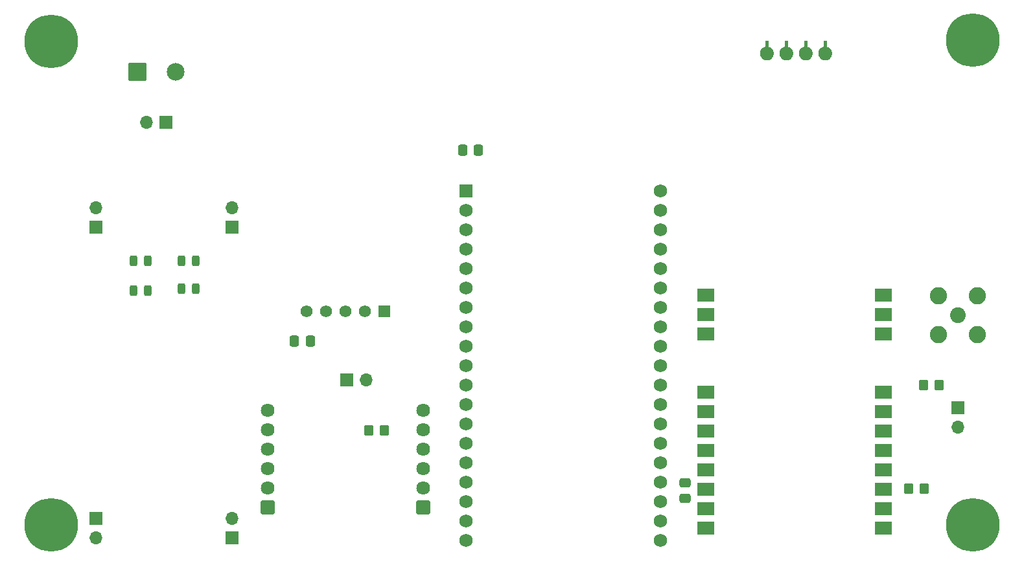
<source format=gbr>
%TF.GenerationSoftware,KiCad,Pcbnew,9.0.2*%
%TF.CreationDate,2025-07-21T01:26:10-05:00*%
%TF.ProjectId,lorae22,6c6f7261-6532-4322-9e6b-696361645f70,rev?*%
%TF.SameCoordinates,Original*%
%TF.FileFunction,Soldermask,Top*%
%TF.FilePolarity,Negative*%
%FSLAX46Y46*%
G04 Gerber Fmt 4.6, Leading zero omitted, Abs format (unit mm)*
G04 Created by KiCad (PCBNEW 9.0.2) date 2025-07-21 01:26:10*
%MOMM*%
%LPD*%
G01*
G04 APERTURE LIST*
G04 Aperture macros list*
%AMRoundRect*
0 Rectangle with rounded corners*
0 $1 Rounding radius*
0 $2 $3 $4 $5 $6 $7 $8 $9 X,Y pos of 4 corners*
0 Add a 4 corners polygon primitive as box body*
4,1,4,$2,$3,$4,$5,$6,$7,$8,$9,$2,$3,0*
0 Add four circle primitives for the rounded corners*
1,1,$1+$1,$2,$3*
1,1,$1+$1,$4,$5*
1,1,$1+$1,$6,$7*
1,1,$1+$1,$8,$9*
0 Add four rect primitives between the rounded corners*
20,1,$1+$1,$2,$3,$4,$5,0*
20,1,$1+$1,$4,$5,$6,$7,0*
20,1,$1+$1,$6,$7,$8,$9,0*
20,1,$1+$1,$8,$9,$2,$3,0*%
G04 Aperture macros list end*
%ADD10C,0.010000*%
%ADD11RoundRect,0.250000X0.337500X0.475000X-0.337500X0.475000X-0.337500X-0.475000X0.337500X-0.475000X0*%
%ADD12RoundRect,0.243750X-0.243750X-0.456250X0.243750X-0.456250X0.243750X0.456250X-0.243750X0.456250X0*%
%ADD13RoundRect,0.250000X-0.350000X-0.450000X0.350000X-0.450000X0.350000X0.450000X-0.350000X0.450000X0*%
%ADD14RoundRect,0.102000X-1.050000X-1.050000X1.050000X-1.050000X1.050000X1.050000X-1.050000X1.050000X0*%
%ADD15C,2.304000*%
%ADD16RoundRect,0.102000X-0.765000X-0.765000X0.765000X-0.765000X0.765000X0.765000X-0.765000X0.765000X0*%
%ADD17C,1.734000*%
%ADD18R,1.700000X1.700000*%
%ADD19O,1.700000X1.700000*%
%ADD20RoundRect,0.102000X0.795000X0.795000X-0.795000X0.795000X-0.795000X-0.795000X0.795000X-0.795000X0*%
%ADD21C,1.794000*%
%ADD22RoundRect,0.102000X1.040000X0.755000X-1.040000X0.755000X-1.040000X-0.755000X1.040000X-0.755000X0*%
%ADD23RoundRect,0.250000X0.350000X0.450000X-0.350000X0.450000X-0.350000X-0.450000X0.350000X-0.450000X0*%
%ADD24C,3.900000*%
%ADD25C,7.000000*%
%ADD26C,2.050000*%
%ADD27C,2.250000*%
%ADD28RoundRect,0.250000X-0.337500X-0.475000X0.337500X-0.475000X0.337500X0.475000X-0.337500X0.475000X0*%
%ADD29RoundRect,0.102000X-0.685000X-0.685000X0.685000X-0.685000X0.685000X0.685000X-0.685000X0.685000X0*%
%ADD30C,1.574000*%
%ADD31RoundRect,0.250000X0.475000X-0.337500X0.475000X0.337500X-0.475000X0.337500X-0.475000X-0.337500X0*%
%ADD32C,1.724000*%
G04 APERTURE END LIST*
D10*
%TO.C,J3*%
X184192500Y-59922500D02*
X184232500Y-59931500D01*
X184270500Y-59941500D01*
X184308500Y-59953500D01*
X184345500Y-59966500D01*
X184381500Y-59982500D01*
X184416500Y-59999500D01*
X184451500Y-60017500D01*
X184485500Y-60037500D01*
X184518500Y-60059500D01*
X184550500Y-60082500D01*
X184580500Y-60107500D01*
X184610500Y-60133500D01*
X184638500Y-60160500D01*
X184666500Y-60189500D01*
X184691500Y-60218500D01*
X184716500Y-60249500D01*
X184739500Y-60281500D01*
X184760500Y-60314500D01*
X184780500Y-60349500D01*
X184798500Y-60383500D01*
X184815500Y-60419500D01*
X184830500Y-60455500D01*
X184843500Y-60493500D01*
X184855500Y-60530500D01*
X184864500Y-60568500D01*
X184873500Y-60607500D01*
X184879500Y-60646500D01*
X184883500Y-60685500D01*
X184886500Y-60724500D01*
X184887500Y-60762500D01*
X184882500Y-60852500D01*
X184868500Y-60941500D01*
X184845500Y-61028500D01*
X184813500Y-61112500D01*
X184772500Y-61192500D01*
X184723500Y-61267500D01*
X184666500Y-61337500D01*
X184602500Y-61401500D01*
X184532500Y-61458500D01*
X184457500Y-61507500D01*
X184377500Y-61548500D01*
X184293500Y-61580500D01*
X184206500Y-61603500D01*
X184117500Y-61617500D01*
X184027500Y-61622500D01*
X183937500Y-61617500D01*
X183848500Y-61603500D01*
X183761500Y-61580500D01*
X183677500Y-61548500D01*
X183597500Y-61507500D01*
X183522500Y-61458500D01*
X183452500Y-61401500D01*
X183388500Y-61337500D01*
X183331500Y-61267500D01*
X183282500Y-61192500D01*
X183241500Y-61112500D01*
X183209500Y-61028500D01*
X183186500Y-60941500D01*
X183172500Y-60852500D01*
X183167500Y-60762500D01*
X183168500Y-60724500D01*
X183171500Y-60685500D01*
X183175500Y-60646500D01*
X183181500Y-60607500D01*
X183190500Y-60568500D01*
X183199500Y-60530500D01*
X183211500Y-60493500D01*
X183224500Y-60455500D01*
X183239500Y-60419500D01*
X183256500Y-60383500D01*
X183274500Y-60349500D01*
X183294500Y-60314500D01*
X183315500Y-60281500D01*
X183338500Y-60249500D01*
X183363500Y-60218500D01*
X183388500Y-60189500D01*
X183416500Y-60160500D01*
X183444500Y-60133500D01*
X183474500Y-60107500D01*
X183504500Y-60082500D01*
X183536500Y-60059500D01*
X183569500Y-60037500D01*
X183603500Y-60017500D01*
X183638500Y-59999500D01*
X183673500Y-59982500D01*
X183709500Y-59966500D01*
X183746500Y-59953500D01*
X183784500Y-59941500D01*
X183822500Y-59931500D01*
X183862500Y-59922500D01*
X183862500Y-59132500D01*
X184192500Y-59132500D01*
X184192500Y-59922500D01*
G36*
X184192500Y-59922500D02*
G01*
X184232500Y-59931500D01*
X184270500Y-59941500D01*
X184308500Y-59953500D01*
X184345500Y-59966500D01*
X184381500Y-59982500D01*
X184416500Y-59999500D01*
X184451500Y-60017500D01*
X184485500Y-60037500D01*
X184518500Y-60059500D01*
X184550500Y-60082500D01*
X184580500Y-60107500D01*
X184610500Y-60133500D01*
X184638500Y-60160500D01*
X184666500Y-60189500D01*
X184691500Y-60218500D01*
X184716500Y-60249500D01*
X184739500Y-60281500D01*
X184760500Y-60314500D01*
X184780500Y-60349500D01*
X184798500Y-60383500D01*
X184815500Y-60419500D01*
X184830500Y-60455500D01*
X184843500Y-60493500D01*
X184855500Y-60530500D01*
X184864500Y-60568500D01*
X184873500Y-60607500D01*
X184879500Y-60646500D01*
X184883500Y-60685500D01*
X184886500Y-60724500D01*
X184887500Y-60762500D01*
X184882500Y-60852500D01*
X184868500Y-60941500D01*
X184845500Y-61028500D01*
X184813500Y-61112500D01*
X184772500Y-61192500D01*
X184723500Y-61267500D01*
X184666500Y-61337500D01*
X184602500Y-61401500D01*
X184532500Y-61458500D01*
X184457500Y-61507500D01*
X184377500Y-61548500D01*
X184293500Y-61580500D01*
X184206500Y-61603500D01*
X184117500Y-61617500D01*
X184027500Y-61622500D01*
X183937500Y-61617500D01*
X183848500Y-61603500D01*
X183761500Y-61580500D01*
X183677500Y-61548500D01*
X183597500Y-61507500D01*
X183522500Y-61458500D01*
X183452500Y-61401500D01*
X183388500Y-61337500D01*
X183331500Y-61267500D01*
X183282500Y-61192500D01*
X183241500Y-61112500D01*
X183209500Y-61028500D01*
X183186500Y-60941500D01*
X183172500Y-60852500D01*
X183167500Y-60762500D01*
X183168500Y-60724500D01*
X183171500Y-60685500D01*
X183175500Y-60646500D01*
X183181500Y-60607500D01*
X183190500Y-60568500D01*
X183199500Y-60530500D01*
X183211500Y-60493500D01*
X183224500Y-60455500D01*
X183239500Y-60419500D01*
X183256500Y-60383500D01*
X183274500Y-60349500D01*
X183294500Y-60314500D01*
X183315500Y-60281500D01*
X183338500Y-60249500D01*
X183363500Y-60218500D01*
X183388500Y-60189500D01*
X183416500Y-60160500D01*
X183444500Y-60133500D01*
X183474500Y-60107500D01*
X183504500Y-60082500D01*
X183536500Y-60059500D01*
X183569500Y-60037500D01*
X183603500Y-60017500D01*
X183638500Y-59999500D01*
X183673500Y-59982500D01*
X183709500Y-59966500D01*
X183746500Y-59953500D01*
X183784500Y-59941500D01*
X183822500Y-59931500D01*
X183862500Y-59922500D01*
X183862500Y-59132500D01*
X184192500Y-59132500D01*
X184192500Y-59922500D01*
G37*
X186732500Y-59922500D02*
X186772500Y-59931500D01*
X186810500Y-59941500D01*
X186848500Y-59953500D01*
X186885500Y-59966500D01*
X186921500Y-59982500D01*
X186956500Y-59999500D01*
X186991500Y-60017500D01*
X187025500Y-60037500D01*
X187058500Y-60059500D01*
X187090500Y-60082500D01*
X187120500Y-60107500D01*
X187150500Y-60133500D01*
X187178500Y-60160500D01*
X187206500Y-60189500D01*
X187231500Y-60218500D01*
X187256500Y-60249500D01*
X187279500Y-60281500D01*
X187300500Y-60314500D01*
X187320500Y-60349500D01*
X187338500Y-60383500D01*
X187355500Y-60419500D01*
X187370500Y-60455500D01*
X187383500Y-60493500D01*
X187395500Y-60530500D01*
X187404500Y-60568500D01*
X187413500Y-60607500D01*
X187419500Y-60646500D01*
X187423500Y-60685500D01*
X187426500Y-60724500D01*
X187427500Y-60762500D01*
X187422500Y-60852500D01*
X187408500Y-60941500D01*
X187385500Y-61028500D01*
X187353500Y-61112500D01*
X187312500Y-61192500D01*
X187263500Y-61267500D01*
X187206500Y-61337500D01*
X187142500Y-61401500D01*
X187072500Y-61458500D01*
X186997500Y-61507500D01*
X186917500Y-61548500D01*
X186833500Y-61580500D01*
X186746500Y-61603500D01*
X186657500Y-61617500D01*
X186567500Y-61622500D01*
X186477500Y-61617500D01*
X186388500Y-61603500D01*
X186301500Y-61580500D01*
X186217500Y-61548500D01*
X186137500Y-61507500D01*
X186062500Y-61458500D01*
X185992500Y-61401500D01*
X185928500Y-61337500D01*
X185871500Y-61267500D01*
X185822500Y-61192500D01*
X185781500Y-61112500D01*
X185749500Y-61028500D01*
X185726500Y-60941500D01*
X185712500Y-60852500D01*
X185707500Y-60762500D01*
X185708500Y-60724500D01*
X185711500Y-60685500D01*
X185715500Y-60646500D01*
X185721500Y-60607500D01*
X185730500Y-60568500D01*
X185739500Y-60530500D01*
X185751500Y-60493500D01*
X185764500Y-60455500D01*
X185779500Y-60419500D01*
X185796500Y-60383500D01*
X185814500Y-60349500D01*
X185834500Y-60314500D01*
X185855500Y-60281500D01*
X185878500Y-60249500D01*
X185903500Y-60218500D01*
X185928500Y-60189500D01*
X185956500Y-60160500D01*
X185984500Y-60133500D01*
X186014500Y-60107500D01*
X186044500Y-60082500D01*
X186076500Y-60059500D01*
X186109500Y-60037500D01*
X186143500Y-60017500D01*
X186178500Y-59999500D01*
X186213500Y-59982500D01*
X186249500Y-59966500D01*
X186286500Y-59953500D01*
X186324500Y-59941500D01*
X186362500Y-59931500D01*
X186402500Y-59922500D01*
X186402500Y-59132500D01*
X186732500Y-59132500D01*
X186732500Y-59922500D01*
G36*
X186732500Y-59922500D02*
G01*
X186772500Y-59931500D01*
X186810500Y-59941500D01*
X186848500Y-59953500D01*
X186885500Y-59966500D01*
X186921500Y-59982500D01*
X186956500Y-59999500D01*
X186991500Y-60017500D01*
X187025500Y-60037500D01*
X187058500Y-60059500D01*
X187090500Y-60082500D01*
X187120500Y-60107500D01*
X187150500Y-60133500D01*
X187178500Y-60160500D01*
X187206500Y-60189500D01*
X187231500Y-60218500D01*
X187256500Y-60249500D01*
X187279500Y-60281500D01*
X187300500Y-60314500D01*
X187320500Y-60349500D01*
X187338500Y-60383500D01*
X187355500Y-60419500D01*
X187370500Y-60455500D01*
X187383500Y-60493500D01*
X187395500Y-60530500D01*
X187404500Y-60568500D01*
X187413500Y-60607500D01*
X187419500Y-60646500D01*
X187423500Y-60685500D01*
X187426500Y-60724500D01*
X187427500Y-60762500D01*
X187422500Y-60852500D01*
X187408500Y-60941500D01*
X187385500Y-61028500D01*
X187353500Y-61112500D01*
X187312500Y-61192500D01*
X187263500Y-61267500D01*
X187206500Y-61337500D01*
X187142500Y-61401500D01*
X187072500Y-61458500D01*
X186997500Y-61507500D01*
X186917500Y-61548500D01*
X186833500Y-61580500D01*
X186746500Y-61603500D01*
X186657500Y-61617500D01*
X186567500Y-61622500D01*
X186477500Y-61617500D01*
X186388500Y-61603500D01*
X186301500Y-61580500D01*
X186217500Y-61548500D01*
X186137500Y-61507500D01*
X186062500Y-61458500D01*
X185992500Y-61401500D01*
X185928500Y-61337500D01*
X185871500Y-61267500D01*
X185822500Y-61192500D01*
X185781500Y-61112500D01*
X185749500Y-61028500D01*
X185726500Y-60941500D01*
X185712500Y-60852500D01*
X185707500Y-60762500D01*
X185708500Y-60724500D01*
X185711500Y-60685500D01*
X185715500Y-60646500D01*
X185721500Y-60607500D01*
X185730500Y-60568500D01*
X185739500Y-60530500D01*
X185751500Y-60493500D01*
X185764500Y-60455500D01*
X185779500Y-60419500D01*
X185796500Y-60383500D01*
X185814500Y-60349500D01*
X185834500Y-60314500D01*
X185855500Y-60281500D01*
X185878500Y-60249500D01*
X185903500Y-60218500D01*
X185928500Y-60189500D01*
X185956500Y-60160500D01*
X185984500Y-60133500D01*
X186014500Y-60107500D01*
X186044500Y-60082500D01*
X186076500Y-60059500D01*
X186109500Y-60037500D01*
X186143500Y-60017500D01*
X186178500Y-59999500D01*
X186213500Y-59982500D01*
X186249500Y-59966500D01*
X186286500Y-59953500D01*
X186324500Y-59941500D01*
X186362500Y-59931500D01*
X186402500Y-59922500D01*
X186402500Y-59132500D01*
X186732500Y-59132500D01*
X186732500Y-59922500D01*
G37*
X189272500Y-59922500D02*
X189312500Y-59931500D01*
X189350500Y-59941500D01*
X189388500Y-59953500D01*
X189425500Y-59966500D01*
X189461500Y-59982500D01*
X189496500Y-59999500D01*
X189531500Y-60017500D01*
X189565500Y-60037500D01*
X189598500Y-60059500D01*
X189630500Y-60082500D01*
X189660500Y-60107500D01*
X189690500Y-60133500D01*
X189718500Y-60160500D01*
X189746500Y-60189500D01*
X189771500Y-60218500D01*
X189796500Y-60249500D01*
X189819500Y-60281500D01*
X189840500Y-60314500D01*
X189860500Y-60349500D01*
X189878500Y-60383500D01*
X189895500Y-60419500D01*
X189910500Y-60455500D01*
X189923500Y-60493500D01*
X189935500Y-60530500D01*
X189944500Y-60568500D01*
X189953500Y-60607500D01*
X189959500Y-60646500D01*
X189963500Y-60685500D01*
X189966500Y-60724500D01*
X189967500Y-60762500D01*
X189962500Y-60852500D01*
X189948500Y-60941500D01*
X189925500Y-61028500D01*
X189893500Y-61112500D01*
X189852500Y-61192500D01*
X189803500Y-61267500D01*
X189746500Y-61337500D01*
X189682500Y-61401500D01*
X189612500Y-61458500D01*
X189537500Y-61507500D01*
X189457500Y-61548500D01*
X189373500Y-61580500D01*
X189286500Y-61603500D01*
X189197500Y-61617500D01*
X189107500Y-61622500D01*
X189017500Y-61617500D01*
X188928500Y-61603500D01*
X188841500Y-61580500D01*
X188757500Y-61548500D01*
X188677500Y-61507500D01*
X188602500Y-61458500D01*
X188532500Y-61401500D01*
X188468500Y-61337500D01*
X188411500Y-61267500D01*
X188362500Y-61192500D01*
X188321500Y-61112500D01*
X188289500Y-61028500D01*
X188266500Y-60941500D01*
X188252500Y-60852500D01*
X188247500Y-60762500D01*
X188248500Y-60724500D01*
X188251500Y-60685500D01*
X188255500Y-60646500D01*
X188261500Y-60607500D01*
X188270500Y-60568500D01*
X188279500Y-60530500D01*
X188291500Y-60493500D01*
X188304500Y-60455500D01*
X188319500Y-60419500D01*
X188336500Y-60383500D01*
X188354500Y-60349500D01*
X188374500Y-60314500D01*
X188395500Y-60281500D01*
X188418500Y-60249500D01*
X188443500Y-60218500D01*
X188468500Y-60189500D01*
X188496500Y-60160500D01*
X188524500Y-60133500D01*
X188554500Y-60107500D01*
X188584500Y-60082500D01*
X188616500Y-60059500D01*
X188649500Y-60037500D01*
X188683500Y-60017500D01*
X188718500Y-59999500D01*
X188753500Y-59982500D01*
X188789500Y-59966500D01*
X188826500Y-59953500D01*
X188864500Y-59941500D01*
X188902500Y-59931500D01*
X188942500Y-59922500D01*
X188942500Y-59132500D01*
X189272500Y-59132500D01*
X189272500Y-59922500D01*
G36*
X189272500Y-59922500D02*
G01*
X189312500Y-59931500D01*
X189350500Y-59941500D01*
X189388500Y-59953500D01*
X189425500Y-59966500D01*
X189461500Y-59982500D01*
X189496500Y-59999500D01*
X189531500Y-60017500D01*
X189565500Y-60037500D01*
X189598500Y-60059500D01*
X189630500Y-60082500D01*
X189660500Y-60107500D01*
X189690500Y-60133500D01*
X189718500Y-60160500D01*
X189746500Y-60189500D01*
X189771500Y-60218500D01*
X189796500Y-60249500D01*
X189819500Y-60281500D01*
X189840500Y-60314500D01*
X189860500Y-60349500D01*
X189878500Y-60383500D01*
X189895500Y-60419500D01*
X189910500Y-60455500D01*
X189923500Y-60493500D01*
X189935500Y-60530500D01*
X189944500Y-60568500D01*
X189953500Y-60607500D01*
X189959500Y-60646500D01*
X189963500Y-60685500D01*
X189966500Y-60724500D01*
X189967500Y-60762500D01*
X189962500Y-60852500D01*
X189948500Y-60941500D01*
X189925500Y-61028500D01*
X189893500Y-61112500D01*
X189852500Y-61192500D01*
X189803500Y-61267500D01*
X189746500Y-61337500D01*
X189682500Y-61401500D01*
X189612500Y-61458500D01*
X189537500Y-61507500D01*
X189457500Y-61548500D01*
X189373500Y-61580500D01*
X189286500Y-61603500D01*
X189197500Y-61617500D01*
X189107500Y-61622500D01*
X189017500Y-61617500D01*
X188928500Y-61603500D01*
X188841500Y-61580500D01*
X188757500Y-61548500D01*
X188677500Y-61507500D01*
X188602500Y-61458500D01*
X188532500Y-61401500D01*
X188468500Y-61337500D01*
X188411500Y-61267500D01*
X188362500Y-61192500D01*
X188321500Y-61112500D01*
X188289500Y-61028500D01*
X188266500Y-60941500D01*
X188252500Y-60852500D01*
X188247500Y-60762500D01*
X188248500Y-60724500D01*
X188251500Y-60685500D01*
X188255500Y-60646500D01*
X188261500Y-60607500D01*
X188270500Y-60568500D01*
X188279500Y-60530500D01*
X188291500Y-60493500D01*
X188304500Y-60455500D01*
X188319500Y-60419500D01*
X188336500Y-60383500D01*
X188354500Y-60349500D01*
X188374500Y-60314500D01*
X188395500Y-60281500D01*
X188418500Y-60249500D01*
X188443500Y-60218500D01*
X188468500Y-60189500D01*
X188496500Y-60160500D01*
X188524500Y-60133500D01*
X188554500Y-60107500D01*
X188584500Y-60082500D01*
X188616500Y-60059500D01*
X188649500Y-60037500D01*
X188683500Y-60017500D01*
X188718500Y-59999500D01*
X188753500Y-59982500D01*
X188789500Y-59966500D01*
X188826500Y-59953500D01*
X188864500Y-59941500D01*
X188902500Y-59931500D01*
X188942500Y-59922500D01*
X188942500Y-59132500D01*
X189272500Y-59132500D01*
X189272500Y-59922500D01*
G37*
X191812500Y-59922500D02*
X191852500Y-59931500D01*
X191890500Y-59941500D01*
X191928500Y-59953500D01*
X191965500Y-59966500D01*
X192001500Y-59982500D01*
X192036500Y-59999500D01*
X192071500Y-60017500D01*
X192105500Y-60037500D01*
X192138500Y-60059500D01*
X192170500Y-60082500D01*
X192200500Y-60107500D01*
X192230500Y-60133500D01*
X192258500Y-60160500D01*
X192286500Y-60189500D01*
X192311500Y-60218500D01*
X192336500Y-60249500D01*
X192359500Y-60281500D01*
X192380500Y-60314500D01*
X192400500Y-60349500D01*
X192418500Y-60383500D01*
X192435500Y-60419500D01*
X192450500Y-60455500D01*
X192463500Y-60493500D01*
X192475500Y-60530500D01*
X192484500Y-60568500D01*
X192493500Y-60607500D01*
X192499500Y-60646500D01*
X192503500Y-60685500D01*
X192506500Y-60724500D01*
X192507500Y-60762500D01*
X192502500Y-60852500D01*
X192488500Y-60941500D01*
X192465500Y-61028500D01*
X192433500Y-61112500D01*
X192392500Y-61192500D01*
X192343500Y-61267500D01*
X192286500Y-61337500D01*
X192222500Y-61401500D01*
X192152500Y-61458500D01*
X192077500Y-61507500D01*
X191997500Y-61548500D01*
X191913500Y-61580500D01*
X191826500Y-61603500D01*
X191737500Y-61617500D01*
X191647500Y-61622500D01*
X191557500Y-61617500D01*
X191468500Y-61603500D01*
X191381500Y-61580500D01*
X191297500Y-61548500D01*
X191217500Y-61507500D01*
X191142500Y-61458500D01*
X191072500Y-61401500D01*
X191008500Y-61337500D01*
X190951500Y-61267500D01*
X190902500Y-61192500D01*
X190861500Y-61112500D01*
X190829500Y-61028500D01*
X190806500Y-60941500D01*
X190792500Y-60852500D01*
X190787500Y-60762500D01*
X190788500Y-60724500D01*
X190791500Y-60685500D01*
X190795500Y-60646500D01*
X190801500Y-60607500D01*
X190810500Y-60568500D01*
X190819500Y-60530500D01*
X190831500Y-60493500D01*
X190844500Y-60455500D01*
X190859500Y-60419500D01*
X190876500Y-60383500D01*
X190894500Y-60349500D01*
X190914500Y-60314500D01*
X190935500Y-60281500D01*
X190958500Y-60249500D01*
X190983500Y-60218500D01*
X191008500Y-60189500D01*
X191036500Y-60160500D01*
X191064500Y-60133500D01*
X191094500Y-60107500D01*
X191124500Y-60082500D01*
X191156500Y-60059500D01*
X191189500Y-60037500D01*
X191223500Y-60017500D01*
X191258500Y-59999500D01*
X191293500Y-59982500D01*
X191329500Y-59966500D01*
X191366500Y-59953500D01*
X191404500Y-59941500D01*
X191442500Y-59931500D01*
X191482500Y-59922500D01*
X191482500Y-59132500D01*
X191812500Y-59132500D01*
X191812500Y-59922500D01*
G36*
X191812500Y-59922500D02*
G01*
X191852500Y-59931500D01*
X191890500Y-59941500D01*
X191928500Y-59953500D01*
X191965500Y-59966500D01*
X192001500Y-59982500D01*
X192036500Y-59999500D01*
X192071500Y-60017500D01*
X192105500Y-60037500D01*
X192138500Y-60059500D01*
X192170500Y-60082500D01*
X192200500Y-60107500D01*
X192230500Y-60133500D01*
X192258500Y-60160500D01*
X192286500Y-60189500D01*
X192311500Y-60218500D01*
X192336500Y-60249500D01*
X192359500Y-60281500D01*
X192380500Y-60314500D01*
X192400500Y-60349500D01*
X192418500Y-60383500D01*
X192435500Y-60419500D01*
X192450500Y-60455500D01*
X192463500Y-60493500D01*
X192475500Y-60530500D01*
X192484500Y-60568500D01*
X192493500Y-60607500D01*
X192499500Y-60646500D01*
X192503500Y-60685500D01*
X192506500Y-60724500D01*
X192507500Y-60762500D01*
X192502500Y-60852500D01*
X192488500Y-60941500D01*
X192465500Y-61028500D01*
X192433500Y-61112500D01*
X192392500Y-61192500D01*
X192343500Y-61267500D01*
X192286500Y-61337500D01*
X192222500Y-61401500D01*
X192152500Y-61458500D01*
X192077500Y-61507500D01*
X191997500Y-61548500D01*
X191913500Y-61580500D01*
X191826500Y-61603500D01*
X191737500Y-61617500D01*
X191647500Y-61622500D01*
X191557500Y-61617500D01*
X191468500Y-61603500D01*
X191381500Y-61580500D01*
X191297500Y-61548500D01*
X191217500Y-61507500D01*
X191142500Y-61458500D01*
X191072500Y-61401500D01*
X191008500Y-61337500D01*
X190951500Y-61267500D01*
X190902500Y-61192500D01*
X190861500Y-61112500D01*
X190829500Y-61028500D01*
X190806500Y-60941500D01*
X190792500Y-60852500D01*
X190787500Y-60762500D01*
X190788500Y-60724500D01*
X190791500Y-60685500D01*
X190795500Y-60646500D01*
X190801500Y-60607500D01*
X190810500Y-60568500D01*
X190819500Y-60530500D01*
X190831500Y-60493500D01*
X190844500Y-60455500D01*
X190859500Y-60419500D01*
X190876500Y-60383500D01*
X190894500Y-60349500D01*
X190914500Y-60314500D01*
X190935500Y-60281500D01*
X190958500Y-60249500D01*
X190983500Y-60218500D01*
X191008500Y-60189500D01*
X191036500Y-60160500D01*
X191064500Y-60133500D01*
X191094500Y-60107500D01*
X191124500Y-60082500D01*
X191156500Y-60059500D01*
X191189500Y-60037500D01*
X191223500Y-60017500D01*
X191258500Y-59999500D01*
X191293500Y-59982500D01*
X191329500Y-59966500D01*
X191366500Y-59953500D01*
X191404500Y-59941500D01*
X191442500Y-59931500D01*
X191482500Y-59922500D01*
X191482500Y-59132500D01*
X191812500Y-59132500D01*
X191812500Y-59922500D01*
G37*
%TD*%
D11*
%TO.C,C1*%
X144302500Y-73400000D03*
X146377500Y-73400000D03*
%TD*%
D12*
%TO.C,D3*%
X107562500Y-91575000D03*
X109437500Y-91575000D03*
%TD*%
D13*
%TO.C,R3*%
X204550000Y-104210000D03*
X206550000Y-104210000D03*
%TD*%
D14*
%TO.C,J4*%
X101870000Y-63190000D03*
D15*
X106870000Y-63190000D03*
%TD*%
D16*
%TO.C,U1*%
X144760000Y-78760000D03*
D17*
X144760000Y-81300000D03*
X144760000Y-83840000D03*
X144760000Y-86380000D03*
X144760000Y-88920000D03*
X144760000Y-91460000D03*
X144760000Y-94000000D03*
X144760000Y-96540000D03*
X144760000Y-99080000D03*
X144760000Y-101620000D03*
X144760000Y-104160000D03*
X144760000Y-106700000D03*
X144760000Y-109240000D03*
X144760000Y-111780000D03*
X144760000Y-114320000D03*
X144760000Y-116860000D03*
X144760000Y-119400000D03*
X144760000Y-121940000D03*
X144760000Y-124480000D03*
X170160000Y-124480000D03*
X170160000Y-121940000D03*
X170160000Y-119400000D03*
X170160000Y-116860000D03*
X170160000Y-114320000D03*
X170160000Y-111780000D03*
X170160000Y-109240000D03*
X170160000Y-106700000D03*
X170160000Y-104160000D03*
X170160000Y-101620000D03*
X170160000Y-99080000D03*
X170160000Y-96540000D03*
X170160000Y-94000000D03*
X170160000Y-91460000D03*
X170160000Y-88920000D03*
X170160000Y-86380000D03*
X170160000Y-83840000D03*
X170160000Y-81300000D03*
X170160000Y-78760000D03*
%TD*%
D18*
%TO.C,JP4*%
X114160000Y-124165000D03*
D19*
X114160000Y-121625000D03*
%TD*%
D18*
%TO.C,JP1*%
X129175000Y-103460000D03*
D19*
X131715000Y-103460000D03*
%TD*%
D12*
%TO.C,D2*%
X101337500Y-87950000D03*
X103212500Y-87950000D03*
%TD*%
D18*
%TO.C,JP2*%
X96380000Y-83535000D03*
D19*
X96380000Y-80995000D03*
%TD*%
D20*
%TO.C,U3*%
X139180000Y-120200000D03*
D21*
X139180000Y-117660000D03*
X139180000Y-115120000D03*
X139180000Y-112580000D03*
X139180000Y-110040000D03*
X139180000Y-107500000D03*
D20*
X118860000Y-120200000D03*
D21*
X118860000Y-117660000D03*
X118860000Y-115120000D03*
X118860000Y-112580000D03*
X118860000Y-110040000D03*
X118860000Y-107500000D03*
%TD*%
D12*
%TO.C,D4*%
X101300000Y-91775000D03*
X103175000Y-91775000D03*
%TD*%
D22*
%TO.C,U2*%
X176110000Y-92430000D03*
X176110000Y-94970000D03*
X176110000Y-97510000D03*
X176110000Y-105110000D03*
X176110000Y-107650000D03*
X176110000Y-110190000D03*
X176110000Y-112730000D03*
X176110000Y-115270000D03*
X176110000Y-117810000D03*
X176110000Y-120350000D03*
X176110000Y-122890000D03*
X199260000Y-122890000D03*
X199260000Y-120350000D03*
X199260000Y-117810000D03*
X199260000Y-115270000D03*
X199260000Y-112730000D03*
X199260000Y-110190000D03*
X199260000Y-107650000D03*
X199260000Y-105110000D03*
X199260000Y-97510000D03*
X199260000Y-94970000D03*
X199260000Y-92430000D03*
%TD*%
D23*
%TO.C,R2*%
X134080000Y-110070000D03*
X132080000Y-110070000D03*
%TD*%
D24*
%TO.C,H2*%
X211010000Y-59070000D03*
D25*
X211010000Y-59070000D03*
%TD*%
D18*
%TO.C,JP5*%
X96380000Y-121630000D03*
D19*
X96380000Y-124170000D03*
%TD*%
D18*
%TO.C,JP3*%
X114200000Y-83475000D03*
D19*
X114200000Y-80935000D03*
%TD*%
D24*
%TO.C,H1*%
X90575000Y-59225000D03*
D25*
X90575000Y-59225000D03*
%TD*%
D24*
%TO.C,H4*%
X90610000Y-122450000D03*
D25*
X90610000Y-122450000D03*
%TD*%
D18*
%TO.C,JP8*%
X105575000Y-69770000D03*
D19*
X103035000Y-69770000D03*
%TD*%
D18*
%TO.C,JP6*%
X209020000Y-107135000D03*
D19*
X209020000Y-109675000D03*
%TD*%
D26*
%TO.C,J1*%
X209020000Y-95040000D03*
D27*
X206480000Y-92500000D03*
X206480000Y-97580000D03*
X211560000Y-92500000D03*
X211560000Y-97580000D03*
%TD*%
D12*
%TO.C,D1*%
X107562500Y-87950000D03*
X109437500Y-87950000D03*
%TD*%
D28*
%TO.C,C3*%
X122342500Y-98400000D03*
X124417500Y-98400000D03*
%TD*%
D24*
%TO.C,H3*%
X210980000Y-122450000D03*
D25*
X210980000Y-122450000D03*
%TD*%
D29*
%TO.C,J2*%
X134100000Y-94560000D03*
D30*
X131560000Y-94560000D03*
X129020000Y-94560000D03*
X126480000Y-94560000D03*
X123940000Y-94560000D03*
%TD*%
D13*
%TO.C,R1*%
X202610000Y-117720000D03*
X204610000Y-117720000D03*
%TD*%
D31*
%TO.C,C2*%
X173400000Y-119007500D03*
X173400000Y-116932500D03*
%TD*%
D32*
%TO.C,J3*%
X184027500Y-60762500D03*
X186567500Y-60762500D03*
X189107500Y-60762500D03*
X191647500Y-60762500D03*
%TD*%
M02*

</source>
